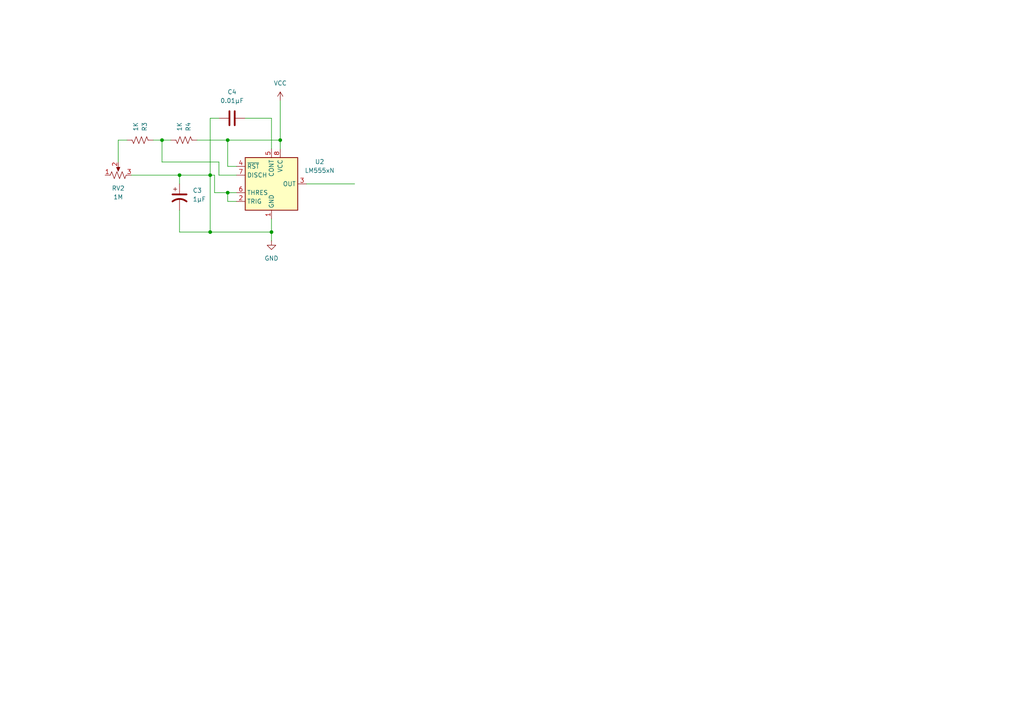
<source format=kicad_sch>
(kicad_sch (version 20250114) (generator "eeschema") (generator_version "9.0")
  (paper "A4")
  (lib_symbols
    (symbol "Device:C" (pin_numbers (hide yes)) (pin_names (offset 0.254))
      (property "Reference" "C" (at 0.635 2.54 0))
      (property "Value" "C" (at 0.635 -2.54 0))
      (symbol "C_0_1"
        (polyline (pts (xy -2.032 0.762) (xy 2.032 0.762)) (stroke (width 0.508)))
        (polyline (pts (xy -2.032 -0.762) (xy 2.032 -0.762)) (stroke (width 0.508)))
      )
      (symbol "C_1_1"
        (pin passive line (at 0 3.81 270) (length 2.794) (name "~") (number "1"))
        (pin passive line (at 0 -3.81 90) (length 2.794) (name "~") (number "2"))
      )
    )
    (symbol "Device:C_Polarized_US" (pin_numbers (hide yes)) (pin_names (offset 0.254) (hide yes))
      (property "Reference" "C" (at 0.635 2.54 0))
      (property "Value" "C_Polarized_US" (at 0.635 -2.54 0))
      (symbol "C_Polarized_US_0_1"
        (polyline (pts (xy -2.032 0.762) (xy 2.032 0.762)) (stroke (width 0.508)))
        (polyline (pts (xy -1.778 2.286) (xy -0.762 2.286)))
        (polyline (pts (xy -1.27 1.778) (xy -1.27 2.794)))
        (arc (start -2.032 -1.27) (mid 0 -0.5572) (end 2.032 -1.27) (stroke (width 0.508)))
      )
      (symbol "C_Polarized_US_1_1"
        (pin passive line (at 0 3.81 270) (length 2.794) (name "~") (number "1"))
        (pin passive line (at 0 -3.81 90) (length 3.302) (name "~") (number "2"))
      )
    )
    (symbol "Device:R_Potentiometer_US" (pin_names (offset 1.016) (hide yes))
      (property "Reference" "RV" (at -4.445 0 90))
      (property "Value" "R_Potentiometer_US" (at -2.54 0 90))
      (symbol "R_Potentiometer_US_0_1"
        (polyline (pts (xy 0 2.54) (xy 0 2.286)))
        (polyline (pts (xy 0 2.286) (xy 1.016 1.905) (xy 0 1.524) (xy -1.016 1.143) (xy 0 0.762)))
        (polyline (pts (xy 0 0.762) (xy 1.016 0.381) (xy 0 0) (xy -1.016 -0.381) (xy 0 -0.762)))
        (polyline (pts (xy 0 -0.762) (xy 1.016 -1.143) (xy 0 -1.524) (xy -1.016 -1.905) (xy 0 -2.286)))
        (polyline (pts (xy 0 -2.286) (xy 0 -2.54)))
        (polyline (pts (xy 1.143 0) (xy 2.286 0.508) (xy 2.286 -0.508) (xy 1.143 0)) (fill (type outline)))
        (polyline (pts (xy 2.54 0) (xy 1.524 0)))
      )
      (symbol "R_Potentiometer_US_1_1"
        (pin passive line (at 0 3.81 270) (length 1.27) (name "1") (number "1"))
        (pin passive line (at 0 -3.81 90) (length 1.27) (name "3") (number "3"))
        (pin passive line (at 3.81 0 180) (length 1.27) (name "2") (number "2"))
      )
    )
    (symbol "Device:R_US" (pin_numbers (hide yes)) (pin_names (offset 0))
      (property "Reference" "R" (at 2.54 0 90))
      (property "Value" "R_US" (at -2.54 0 90))
      (symbol "R_US_0_1"
        (polyline (pts (xy 0 2.286) (xy 0 2.54)))
        (polyline (pts (xy 0 2.286) (xy 1.016 1.905) (xy 0 1.524) (xy -1.016 1.143) (xy 0 0.762)))
        (polyline (pts (xy 0 0.762) (xy 1.016 0.381) (xy 0 0) (xy -1.016 -0.381) (xy 0 -0.762)))
        (polyline (pts (xy 0 -0.762) (xy 1.016 -1.143) (xy 0 -1.524) (xy -1.016 -1.905) (xy 0 -2.286)))
        (polyline (pts (xy 0 -2.286) (xy 0 -2.54)))
      )
      (symbol "R_US_1_1"
        (pin passive line (at 0 3.81 270) (length 1.27) (name "~") (number "1"))
        (pin passive line (at 0 -3.81 90) (length 1.27) (name "~") (number "2"))
      )
    )
    (symbol "Timer:LM555xN"
      (property "Reference" "U" (at -10.16 8.89 0))
      (property "Value" "LM555xN" (at 2.54 8.89 0))
      (symbol "LM555xN_0_0"
        (pin power_in line (at 0 -10.16 90) (length 2.54) (name "GND") (number "1"))
        (pin power_in line (at 2.54 10.16 270) (length 2.54) (name "VCC") (number "8"))
      )
      (symbol "LM555xN_0_1"
        (rectangle (start -7.62 7.62) (end 7.62 -7.62) (stroke (width 0.254)) (fill (type background)))
      )
      (symbol "LM555xN_1_1"
        (pin input line (at -10.16 5.08 0) (length 2.54) (name "~{RST}") (number "4"))
        (pin input line (at -10.16 2.54 0) (length 2.54) (name "DISCH") (number "7"))
        (pin input line (at -10.16 -2.54 0) (length 2.54) (name "THRES") (number "6"))
        (pin input line (at -10.16 -5.08 0) (length 2.54) (name "TRIG") (number "2"))
        (pin open_collector line (at 0 10.16 270) (length 2.54) (name "CONT") (number "5"))
        (pin output line (at 10.16 0 180) (length 2.54) (name "OUT") (number "3"))
      )
    )
    (symbol "power:GND" (power) (pin_numbers (hide yes)) (pin_names (offset 0) (hide yes))
      (property "Value" "GND" (at 0 -3.81 0))
      (symbol "GND_0_1"
        (polyline (pts (xy 0 0) (xy 0 -1.27) (xy 1.27 -1.27) (xy 0 -2.54) (xy -1.27 -1.27) (xy 0 -1.27)))
      )
      (symbol "GND_1_1"
        (pin power_in line (at 0 0 270) (length 0) (name "~") (number "1"))
      )
    )
    (symbol "power:VCC" (power) (pin_numbers (hide yes)) (pin_names (offset 0) (hide yes))
      (property "Value" "VCC" (at 0 3.556 0))
      (symbol "VCC_0_1"
        (polyline (pts (xy -0.762 1.27) (xy 0 2.54)))
        (polyline (pts (xy 0 2.54) (xy 0.762 1.27)))
        (polyline (pts (xy 0 0) (xy 0 2.54)))
      )
      (symbol "VCC_1_1"
        (pin power_in line (at 0 0 90) (length 0) (name "~") (number "1"))
      )
    )
  )
  (junction (at 78.74 67.31))
  (junction (at 66.04 40.64))
  (junction (at 52.07 50.8))
  (junction (at 46.99 40.64))
  (junction (at 81.28 40.64))
  (junction (at 60.96 50.8))
  (junction (at 66.04 55.88))
  (junction (at 60.96 67.31))
  (wire (pts (xy 81.28 29.21) (xy 81.28 40.64)))
  (wire (pts (xy 52.07 50.8) (xy 60.96 50.8)))
  (wire (pts (xy 52.07 50.8) (xy 52.07 53.34)))
  (wire (pts (xy 78.74 63.5) (xy 78.74 67.31)))
  (wire (pts (xy 38.1 50.8) (xy 52.07 50.8)))
  (wire (pts (xy 62.23 55.88) (xy 62.23 50.8)))
  (wire (pts (xy 60.96 50.8) (xy 60.96 67.31)))
  (wire (pts (xy 63.5 46.99) (xy 46.99 46.99)))
  (wire (pts (xy 60.96 34.29) (xy 60.96 50.8)))
  (wire (pts (xy 68.58 50.8) (xy 63.5 50.8)))
  (wire (pts (xy 66.04 40.64) (xy 81.28 40.64)))
  (wire (pts (xy 78.74 69.85) (xy 78.74 67.31)))
  (wire (pts (xy 63.5 34.29) (xy 60.96 34.29)))
  (wire (pts (xy 78.74 34.29) (xy 71.12 34.29)))
  (wire (pts (xy 52.07 60.96) (xy 52.07 67.31)))
  (wire (pts (xy 66.04 55.88) (xy 66.04 58.42)))
  (wire (pts (xy 78.74 43.18) (xy 78.74 34.29)))
  (wire (pts (xy 60.96 67.31) (xy 78.74 67.31)))
  (wire (pts (xy 34.29 40.64) (xy 36.83 40.64)))
  (wire (pts (xy 88.9 53.34) (xy 102.87 53.34)))
  (wire (pts (xy 62.23 50.8) (xy 60.96 50.8)))
  (wire (pts (xy 68.58 55.88) (xy 66.04 55.88)))
  (wire (pts (xy 46.99 40.64) (xy 46.99 46.99)))
  (wire (pts (xy 68.58 58.42) (xy 66.04 58.42)))
  (wire (pts (xy 34.29 40.64) (xy 34.29 46.99)))
  (wire (pts (xy 63.5 50.8) (xy 63.5 46.99)))
  (wire (pts (xy 46.99 40.64) (xy 49.53 40.64)))
  (wire (pts (xy 68.58 48.26) (xy 66.04 48.26)))
  (wire (pts (xy 44.45 40.64) (xy 46.99 40.64)))
  (wire (pts (xy 66.04 55.88) (xy 62.23 55.88)))
  (wire (pts (xy 66.04 40.64) (xy 66.04 48.26)))
  (wire (pts (xy 81.28 40.64) (xy 81.28 43.18)))
  (wire (pts (xy 57.15 40.64) (xy 66.04 40.64)))
  (wire (pts (xy 52.07 67.31) (xy 60.96 67.31)))
  (symbol (lib_id "Device:R_US") (at 53.34 40.64 270) (mirror x) (unit 1)
    (property "Reference" "R4" (at 54.6101 38.1 0) (effects (justify left)))
    (property "Value" "1K" (at 52.0701 38.1 0) (effects (justify left)))
    (property "Description" "Resistor, US symbol" (effects (hide yes)))
  )
  (symbol (lib_id "Timer:LM555xN") (at 78.74 53.34 0) (unit 1)
    (property "Reference" "U2" (at 92.71 46.9198 0))
    (property "Value" "LM555xN" (at 92.71 49.4598 0))
    (property "Footprint" "Package_DIP:DIP-8_W7.62mm" (effects (hide yes)))
    (property "Datasheet" "http://www.ti.com/lit/ds/symlink/lm555.pdf" (effects (hide yes)))
    (property "Description" "Timer, 555 compatible, PDIP-8" (effects (hide yes)))
  )
  (symbol (lib_id "Device:C") (at 67.31 34.29 90) (unit 1)
    (property "Reference" "C4" (at 67.31 26.67 90))
    (property "Value" "0.01µF" (at 67.31 29.21 90))
    (property "Description" "Unpolarized capacitor" (effects (hide yes)))
  )
  (symbol (lib_id "Device:C_Polarized_US") (at 52.07 57.15 0) (unit 1)
    (property "Reference" "C3" (at 55.88 55.2449 0) (effects (justify left)))
    (property "Value" "1µF" (at 55.88 57.7849 0) (effects (justify left)))
    (property "Description" "Polarized capacitor, US symbol" (effects (hide yes)))
  )
  (symbol (lib_id "Device:R_Potentiometer_US") (at 34.29 50.8 90) (unit 1)
    (property "Reference" "RV2" (at 34.29 54.61 90))
    (property "Value" "1M" (at 34.29 57.15 90))
    (property "Description" "Potentiometer, US symbol" (effects (hide yes)))
  )
  (symbol (lib_id "power:GND") (at 78.74 69.85 0) (unit 1)
    (property "Reference" "#PWR03" (effects (hide yes)))
    (property "Value" "GND" (at 78.74 74.93 0))
    (property "Description" "Power symbol creates a global label with name \"GND\" , ground" (effects (hide yes)))
  )
  (symbol (lib_id "power:VCC") (at 81.28 29.21 0) (unit 1)
    (property "Reference" "#PWR04" (effects (hide yes)))
    (property "Value" "VCC" (at 81.28 24.13 0))
    (property "Description" "Power symbol creates a global label with name \"VCC\"" (effects (hide yes)))
  )
  (symbol (lib_id "Device:R_US") (at 40.64 40.64 270) (mirror x) (unit 1)
    (property "Reference" "R3" (at 41.9101 38.1 0) (effects (justify left)))
    (property "Value" "1K" (at 39.3701 38.1 0) (effects (justify left)))
    (property "Description" "Resistor, US symbol" (effects (hide yes)))
  )
)
</source>
